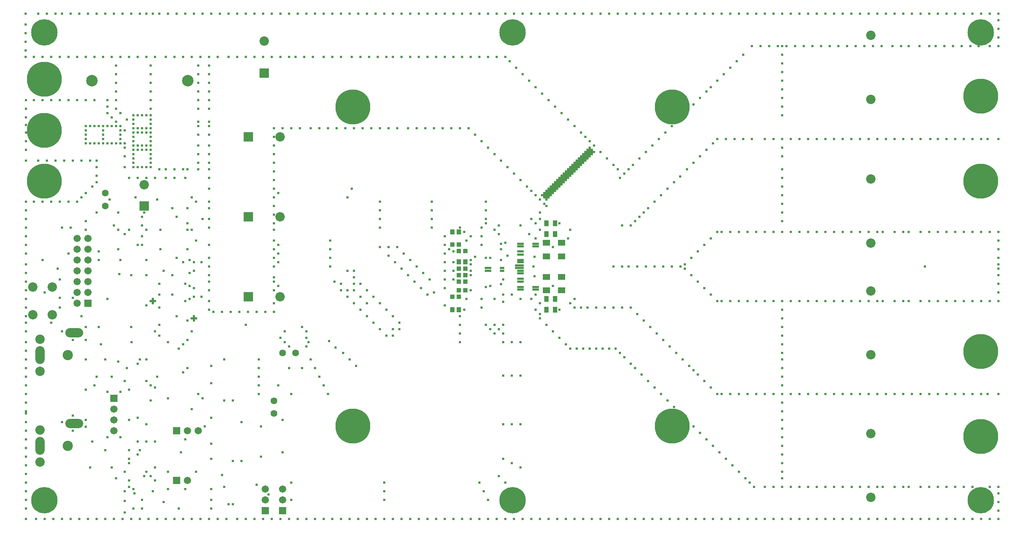
<source format=gbs>
G04 Layer_Color=16711935*
%FSLAX25Y25*%
%MOIN*%
G70*
G01*
G75*
%ADD54R,0.03950X0.03950*%
%ADD56R,0.04343X0.04737*%
%ADD63R,0.04343X0.05524*%
%ADD74R,0.06706X0.06706*%
%ADD75C,0.06706*%
%ADD76R,0.06706X0.06706*%
%ADD77C,0.06312*%
%ADD78C,0.08674*%
%ADD79R,0.08674X0.08674*%
%ADD80C,0.32296*%
%ADD81C,0.24422*%
%ADD82O,0.08674X0.16548*%
%ADD83O,0.16548X0.08674*%
%ADD84C,0.09461*%
%ADD85R,0.08674X0.08674*%
%ADD86C,0.10642*%
%ADD87C,0.02375*%
%ADD88R,0.07099X0.05524*%
D54*
X396850Y208000D02*
D03*
X403150D02*
D03*
X402850Y228000D02*
D03*
X409150D02*
D03*
X402850Y222000D02*
D03*
X409150D02*
D03*
X402850Y234000D02*
D03*
X409150D02*
D03*
Y214000D02*
D03*
X402850D02*
D03*
X409150Y250626D02*
D03*
X402850D02*
D03*
X396850Y256545D02*
D03*
X403150D02*
D03*
D56*
Y196000D02*
D03*
X396850D02*
D03*
X402850Y240313D02*
D03*
X409150D02*
D03*
X403150Y268000D02*
D03*
X396850D02*
D03*
D63*
X484063Y196000D02*
D03*
X491937D02*
D03*
X484063Y206000D02*
D03*
X491937D02*
D03*
Y276000D02*
D03*
X484063D02*
D03*
X491937Y266000D02*
D03*
X484063D02*
D03*
D74*
X224000Y10000D02*
D03*
X60000Y202000D02*
D03*
X240000Y10000D02*
D03*
X84000Y114000D02*
D03*
D75*
X224000Y20000D02*
D03*
Y30000D02*
D03*
X162000Y84000D02*
D03*
X152000D02*
D03*
Y38000D02*
D03*
X50000Y212000D02*
D03*
X60000D02*
D03*
X50000Y202000D02*
D03*
X60000Y222000D02*
D03*
X50000D02*
D03*
X60000Y232000D02*
D03*
X50000D02*
D03*
X60000Y242000D02*
D03*
X50000D02*
D03*
X60000Y252000D02*
D03*
X50000D02*
D03*
X60000Y262000D02*
D03*
X50000D02*
D03*
X240000Y30000D02*
D03*
Y20000D02*
D03*
X84000Y104000D02*
D03*
Y94000D02*
D03*
Y84000D02*
D03*
D76*
X142000D02*
D03*
Y38000D02*
D03*
D77*
X76000Y304064D02*
D03*
Y292253D02*
D03*
X232000Y111906D02*
D03*
Y100094D02*
D03*
X251905Y156000D02*
D03*
X240094D02*
D03*
D78*
X112000Y311842D02*
D03*
X9142Y191510D02*
D03*
X26858D02*
D03*
Y217100D02*
D03*
X9142D02*
D03*
X784000Y81528D02*
D03*
Y22472D02*
D03*
Y154472D02*
D03*
Y213528D02*
D03*
Y317000D02*
D03*
Y257945D02*
D03*
Y390945D02*
D03*
Y450000D02*
D03*
X15748Y84764D02*
D03*
Y55236D02*
D03*
Y139236D02*
D03*
Y168764D02*
D03*
X237764Y356000D02*
D03*
Y282000D02*
D03*
Y208000D02*
D03*
X223000Y444764D02*
D03*
D79*
X112000Y292158D02*
D03*
X223000Y415236D02*
D03*
D80*
X19685Y314961D02*
D03*
X305118Y383858D02*
D03*
X600394D02*
D03*
X305118Y88583D02*
D03*
X600394D02*
D03*
X885827Y78740D02*
D03*
Y157480D02*
D03*
Y314961D02*
D03*
Y393701D02*
D03*
X19685Y362205D02*
D03*
Y409449D02*
D03*
D81*
X885827Y452756D02*
D03*
X19685Y19685D02*
D03*
X885827D02*
D03*
X452756D02*
D03*
X19685Y452756D02*
D03*
X452756D02*
D03*
D82*
X15748Y70000D02*
D03*
Y154000D02*
D03*
D83*
X47244Y90866D02*
D03*
Y174866D02*
D03*
D84*
X41339Y70000D02*
D03*
Y154000D02*
D03*
D85*
X208236Y356000D02*
D03*
Y282000D02*
D03*
Y208000D02*
D03*
D86*
X152488Y408000D02*
D03*
X63512D02*
D03*
D87*
X172000Y296000D02*
D03*
Y290000D02*
D03*
X166000Y280000D02*
D03*
X172000Y272000D02*
D03*
X156000Y270000D02*
D03*
X138000Y290000D02*
D03*
X160000Y260000D02*
D03*
X152000Y270000D02*
D03*
X104000Y300000D02*
D03*
X88000Y286000D02*
D03*
X58000Y278000D02*
D03*
Y270000D02*
D03*
X42000Y248000D02*
D03*
X34000Y198000D02*
D03*
X70000Y180000D02*
D03*
X78000Y206000D02*
D03*
X100000Y228000D02*
D03*
X126000Y182000D02*
D03*
Y172000D02*
D03*
X100000Y180000D02*
D03*
X54000Y190000D02*
D03*
X26000Y184000D02*
D03*
X34000Y207047D02*
D03*
X46000D02*
D03*
X160000Y46000D02*
D03*
X150000Y30000D02*
D03*
X174000Y12000D02*
D03*
X226953Y25047D02*
D03*
X246000Y142000D02*
D03*
X258000D02*
D03*
X236000Y126000D02*
D03*
X258000Y180000D02*
D03*
X404000Y272000D02*
D03*
X390000Y200000D02*
D03*
X376000Y224000D02*
D03*
X368000Y216000D02*
D03*
X362000Y222000D02*
D03*
X370000Y230000D02*
D03*
X364000Y236000D02*
D03*
X356000Y228000D02*
D03*
X248000Y20000D02*
D03*
Y36000D02*
D03*
X378000Y272000D02*
D03*
Y280000D02*
D03*
Y288000D02*
D03*
Y296000D02*
D03*
X330000Y272000D02*
D03*
Y280000D02*
D03*
Y288000D02*
D03*
Y296000D02*
D03*
X300000Y232000D02*
D03*
X306000Y226000D02*
D03*
X288000Y222000D02*
D03*
X294000Y214000D02*
D03*
X330000Y254000D02*
D03*
X284000Y260000D02*
D03*
X232000D02*
D03*
X284000Y252000D02*
D03*
Y244000D02*
D03*
Y236000D02*
D03*
X304000Y308000D02*
D03*
X300000Y300000D02*
D03*
X62000Y350000D02*
D03*
X70000D02*
D03*
X66000D02*
D03*
X80000Y298000D02*
D03*
X124000D02*
D03*
X126850Y252000D02*
D03*
X36000Y272000D02*
D03*
X44000D02*
D03*
X106000Y256000D02*
D03*
X90000Y242000D02*
D03*
X89000Y229000D02*
D03*
X152000Y186000D02*
D03*
X142000Y190000D02*
D03*
X206000Y182000D02*
D03*
X186000Y112000D02*
D03*
X194000D02*
D03*
X156000Y104000D02*
D03*
X168000Y88000D02*
D03*
X240000Y94000D02*
D03*
X216000Y34000D02*
D03*
X70000Y250000D02*
D03*
X132000Y318000D02*
D03*
X154000Y206000D02*
D03*
Y218000D02*
D03*
Y230000D02*
D03*
Y242000D02*
D03*
X68000Y286000D02*
D03*
X98000Y270000D02*
D03*
X172000Y308000D02*
D03*
X88000Y252000D02*
D03*
X94000Y266000D02*
D03*
X110000Y264000D02*
D03*
X172000Y256000D02*
D03*
X152000Y252000D02*
D03*
X110000Y256000D02*
D03*
X236000D02*
D03*
Y248000D02*
D03*
X232000Y252000D02*
D03*
X148000Y240000D02*
D03*
X236000Y304000D02*
D03*
X232000Y270000D02*
D03*
X70000Y242000D02*
D03*
X32000Y234000D02*
D03*
X114000Y242000D02*
D03*
X138000Y210000D02*
D03*
Y228000D02*
D03*
X150000Y220000D02*
D03*
X306000Y232000D02*
D03*
X294000Y220000D02*
D03*
X338000Y254000D02*
D03*
X236000Y240000D02*
D03*
Y218000D02*
D03*
X232000Y214000D02*
D03*
X172000D02*
D03*
X232000Y222000D02*
D03*
X172000D02*
D03*
X232000Y236000D02*
D03*
Y244000D02*
D03*
X165150Y240000D02*
D03*
X322000Y364000D02*
D03*
X314000D02*
D03*
X330000D02*
D03*
X338000D02*
D03*
X274000D02*
D03*
X172000Y196000D02*
D03*
Y204000D02*
D03*
X165150Y208000D02*
D03*
X100221Y166000D02*
D03*
X152000Y168000D02*
D03*
X156000Y176000D02*
D03*
X20000Y212000D02*
D03*
X122000Y176000D02*
D03*
X242000D02*
D03*
X262000D02*
D03*
X148000Y138000D02*
D03*
X166000Y114000D02*
D03*
X144000Y160000D02*
D03*
X162000Y118000D02*
D03*
X148000Y164000D02*
D03*
X242000Y166000D02*
D03*
X262000Y162000D02*
D03*
Y170000D02*
D03*
X238000D02*
D03*
X264000Y166000D02*
D03*
X158000Y186000D02*
D03*
Y190000D02*
D03*
X156000Y188000D02*
D03*
X160000D02*
D03*
X158000D02*
D03*
X120000Y204000D02*
D03*
Y206000D02*
D03*
X122000Y204000D02*
D03*
X120000Y202000D02*
D03*
X118000Y204000D02*
D03*
X110000Y282000D02*
D03*
Y274000D02*
D03*
X114000Y228000D02*
D03*
Y200000D02*
D03*
Y270000D02*
D03*
X112000Y286000D02*
D03*
X142000Y244000D02*
D03*
X88000Y270000D02*
D03*
X84000Y274000D02*
D03*
X152000Y276000D02*
D03*
X18000Y242000D02*
D03*
X34000Y224000D02*
D03*
X2558Y184000D02*
D03*
X202000Y56000D02*
D03*
X194000D02*
D03*
X240000Y64000D02*
D03*
X470000Y280000D02*
D03*
X468000Y266000D02*
D03*
X428000Y296000D02*
D03*
Y288000D02*
D03*
Y280000D02*
D03*
X440000Y274000D02*
D03*
X470000Y206000D02*
D03*
X460000Y166000D02*
D03*
X452000D02*
D03*
X460000Y274000D02*
D03*
X424000Y272000D02*
D03*
X248000Y118000D02*
D03*
X176000Y194000D02*
D03*
X184000D02*
D03*
X192000D02*
D03*
X200000D02*
D03*
X208000D02*
D03*
X216000D02*
D03*
X224000D02*
D03*
X232000D02*
D03*
Y202000D02*
D03*
Y226000D02*
D03*
Y276000D02*
D03*
Y284000D02*
D03*
Y292000D02*
D03*
Y300000D02*
D03*
Y308000D02*
D03*
Y316000D02*
D03*
Y324000D02*
D03*
Y332000D02*
D03*
Y340000D02*
D03*
Y348000D02*
D03*
Y356000D02*
D03*
X256000Y364000D02*
D03*
X248000D02*
D03*
X240000D02*
D03*
X232000D02*
D03*
X266000D02*
D03*
X300000Y214000D02*
D03*
X342000Y178000D02*
D03*
Y172000D02*
D03*
X336000D02*
D03*
X330000Y178000D02*
D03*
X324000Y184000D02*
D03*
X318000Y190000D02*
D03*
X312000Y196000D02*
D03*
X300000Y208000D02*
D03*
X306000Y202000D02*
D03*
X318000Y214000D02*
D03*
X312000Y220000D02*
D03*
X306000D02*
D03*
Y214000D02*
D03*
X346000Y254000D02*
D03*
X338000Y246000D02*
D03*
X246000Y162000D02*
D03*
X344000Y240000D02*
D03*
X352000Y248000D02*
D03*
X194000Y16000D02*
D03*
X220000Y60000D02*
D03*
Y88000D02*
D03*
X202000Y92000D02*
D03*
X150000Y204000D02*
D03*
X126000Y198000D02*
D03*
X190000Y16000D02*
D03*
X282000Y118000D02*
D03*
X218000D02*
D03*
X278000Y126000D02*
D03*
X218000D02*
D03*
X270000Y142000D02*
D03*
X218000Y134000D02*
D03*
Y142000D02*
D03*
X186000Y150000D02*
D03*
X218000D02*
D03*
X174000Y128000D02*
D03*
X134000Y46000D02*
D03*
Y166000D02*
D03*
X444000Y58000D02*
D03*
X422000Y36000D02*
D03*
X430000Y20000D02*
D03*
X334000Y36000D02*
D03*
Y20000D02*
D03*
X294000Y2400D02*
D03*
X286000D02*
D03*
X278000D02*
D03*
X270000D02*
D03*
X262000D02*
D03*
X254000D02*
D03*
X246000D02*
D03*
X238000D02*
D03*
X230000D02*
D03*
X222000D02*
D03*
X174000Y96000D02*
D03*
X184000Y43100D02*
D03*
X134000Y30000D02*
D03*
X174000Y58000D02*
D03*
Y30000D02*
D03*
X186000Y32000D02*
D03*
X106000Y96000D02*
D03*
X174000Y72000D02*
D03*
X172000Y280000D02*
D03*
X126850Y270000D02*
D03*
X86000Y370000D02*
D03*
X78000Y384000D02*
D03*
X96000Y372000D02*
D03*
X90000Y362000D02*
D03*
Y358000D02*
D03*
Y354000D02*
D03*
Y350000D02*
D03*
X86000D02*
D03*
X82000D02*
D03*
X78000D02*
D03*
X94000D02*
D03*
X82000Y374000D02*
D03*
X86000Y366000D02*
D03*
X82000D02*
D03*
X78000D02*
D03*
X66000D02*
D03*
X62000D02*
D03*
X70000D02*
D03*
X74000Y362000D02*
D03*
Y358000D02*
D03*
Y354000D02*
D03*
X58000Y358000D02*
D03*
Y354000D02*
D03*
Y350000D02*
D03*
X74000D02*
D03*
Y366000D02*
D03*
X58000Y362000D02*
D03*
Y366000D02*
D03*
X42000Y296000D02*
D03*
X34000D02*
D03*
X26000D02*
D03*
X18000D02*
D03*
X64000Y310000D02*
D03*
X58000Y304000D02*
D03*
X54000Y300000D02*
D03*
X50000Y296000D02*
D03*
X68000Y320000D02*
D03*
Y314000D02*
D03*
Y328000D02*
D03*
X62000Y334000D02*
D03*
X54000D02*
D03*
X46000D02*
D03*
X38000D02*
D03*
X30000D02*
D03*
X14000D02*
D03*
X68000D02*
D03*
X2558D02*
D03*
X22000D02*
D03*
X10000Y296000D02*
D03*
X94000Y328000D02*
D03*
Y338000D02*
D03*
X78000Y378000D02*
D03*
X94000Y362000D02*
D03*
X90000Y378000D02*
D03*
X58000Y180000D02*
D03*
X98000Y94000D02*
D03*
X78000Y120000D02*
D03*
X90000D02*
D03*
X126000Y220000D02*
D03*
X2558Y352000D02*
D03*
Y360000D02*
D03*
Y367000D02*
D03*
Y374000D02*
D03*
Y382000D02*
D03*
X78000Y390000D02*
D03*
X2558Y256000D02*
D03*
Y248000D02*
D03*
Y238000D02*
D03*
Y230000D02*
D03*
Y222000D02*
D03*
Y214000D02*
D03*
Y206000D02*
D03*
Y198000D02*
D03*
Y190000D02*
D03*
X304000Y430000D02*
D03*
X294000D02*
D03*
X286000D02*
D03*
X312000D02*
D03*
X142000Y282000D02*
D03*
X144000Y12000D02*
D03*
X130000Y18000D02*
D03*
X110000Y12000D02*
D03*
X146000Y64000D02*
D03*
X150000Y76000D02*
D03*
X122000Y74000D02*
D03*
X120000Y28000D02*
D03*
X152000Y142000D02*
D03*
X278000Y430000D02*
D03*
X268000D02*
D03*
X156000Y300000D02*
D03*
X140000Y318000D02*
D03*
X122000D02*
D03*
X114000D02*
D03*
X106000D02*
D03*
X98000D02*
D03*
X94000Y346000D02*
D03*
X90000Y366000D02*
D03*
X162000Y370000D02*
D03*
X172000D02*
D03*
X162000Y340000D02*
D03*
X172000D02*
D03*
Y348000D02*
D03*
X162000D02*
D03*
Y326000D02*
D03*
X152000D02*
D03*
X162000Y332000D02*
D03*
X172000D02*
D03*
X162000Y358000D02*
D03*
X172000D02*
D03*
Y366000D02*
D03*
X162000D02*
D03*
X172000Y382000D02*
D03*
X162000D02*
D03*
Y390000D02*
D03*
X172000D02*
D03*
Y398000D02*
D03*
X162000D02*
D03*
Y406000D02*
D03*
X172000D02*
D03*
Y414000D02*
D03*
X162000D02*
D03*
Y422000D02*
D03*
X172000D02*
D03*
X148000Y326000D02*
D03*
X140000D02*
D03*
X132000D02*
D03*
X86000Y382000D02*
D03*
X172000Y318000D02*
D03*
Y326000D02*
D03*
X126000D02*
D03*
X106101Y344000D02*
D03*
X110101D02*
D03*
X114101D02*
D03*
X118101D02*
D03*
Y340000D02*
D03*
Y336000D02*
D03*
Y332000D02*
D03*
X50000Y390000D02*
D03*
X118101D02*
D03*
Y398000D02*
D03*
Y406000D02*
D03*
X108101Y470000D02*
D03*
X100101D02*
D03*
X66000Y430000D02*
D03*
X58000D02*
D03*
X50000D02*
D03*
X34000D02*
D03*
X42000D02*
D03*
X164000D02*
D03*
X172000D02*
D03*
X180000D02*
D03*
X374000Y210000D02*
D03*
X424000Y206000D02*
D03*
X408000Y268000D02*
D03*
Y196000D02*
D03*
X410000Y206000D02*
D03*
X390101Y216000D02*
D03*
X394000Y252000D02*
D03*
X398000Y224000D02*
D03*
Y232000D02*
D03*
Y240000D02*
D03*
Y250000D02*
D03*
X42000Y390000D02*
D03*
X2558D02*
D03*
X26000Y430000D02*
D03*
X2400D02*
D03*
X74000D02*
D03*
X2558Y176000D02*
D03*
X94000Y19000D02*
D03*
X103000Y26000D02*
D03*
X892000Y354000D02*
D03*
Y118000D02*
D03*
X473000Y245000D02*
D03*
Y227000D02*
D03*
X462000Y232000D02*
D03*
X460000D02*
D03*
X458000D02*
D03*
X462000Y240000D02*
D03*
X460000D02*
D03*
X458000D02*
D03*
X474000Y196000D02*
D03*
X478000Y192000D02*
D03*
X496000Y196000D02*
D03*
Y276000D02*
D03*
X474000D02*
D03*
X478000Y202000D02*
D03*
Y270000D02*
D03*
Y280000D02*
D03*
Y286000D02*
D03*
X484000Y292000D02*
D03*
X112000Y42000D02*
D03*
X188000Y2400D02*
D03*
X198000D02*
D03*
X180000D02*
D03*
X172000D02*
D03*
X164000D02*
D03*
X156000D02*
D03*
X148000D02*
D03*
X206000D02*
D03*
X214000D02*
D03*
X140000D02*
D03*
X132000D02*
D03*
X116000D02*
D03*
X108000D02*
D03*
X124000D02*
D03*
X504000Y262000D02*
D03*
X510000Y206000D02*
D03*
X520000Y356000D02*
D03*
X470000Y306000D02*
D03*
X474000Y302000D02*
D03*
X524000Y352000D02*
D03*
X490000Y310000D02*
D03*
X488000Y308000D02*
D03*
X486000Y306000D02*
D03*
X484000Y304000D02*
D03*
X482000Y302000D02*
D03*
X498000Y318000D02*
D03*
X496000Y316000D02*
D03*
X494000Y314000D02*
D03*
X492000Y312000D02*
D03*
X500000Y320000D02*
D03*
X502000Y322000D02*
D03*
X504000Y324000D02*
D03*
X506000Y326000D02*
D03*
X508000Y328000D02*
D03*
X510000Y330000D02*
D03*
X512000Y332000D02*
D03*
X514000Y334000D02*
D03*
X516000Y336000D02*
D03*
X518000Y338000D02*
D03*
X520000Y340000D02*
D03*
X522000Y342000D02*
D03*
X524000Y344000D02*
D03*
X526000Y342000D02*
D03*
X524000Y340000D02*
D03*
X522000Y338000D02*
D03*
X520000Y336000D02*
D03*
X518000Y334000D02*
D03*
X516000Y332000D02*
D03*
X514000Y330000D02*
D03*
X512000Y328000D02*
D03*
X510000Y326000D02*
D03*
X508000Y324000D02*
D03*
X506000Y322000D02*
D03*
X504000Y320000D02*
D03*
X502000Y318000D02*
D03*
X500000Y316000D02*
D03*
X498000Y314000D02*
D03*
X496000Y312000D02*
D03*
X494000Y310000D02*
D03*
X492000Y308000D02*
D03*
X488000Y304000D02*
D03*
X490000Y306000D02*
D03*
X486000Y302000D02*
D03*
X484000Y300000D02*
D03*
X524000Y346000D02*
D03*
X522000Y344000D02*
D03*
X520000Y342000D02*
D03*
X518000Y340000D02*
D03*
X516000Y338000D02*
D03*
X514000Y336000D02*
D03*
X512000Y334000D02*
D03*
X510000Y332000D02*
D03*
X508000Y330000D02*
D03*
X506000Y328000D02*
D03*
X504000Y326000D02*
D03*
X502000Y324000D02*
D03*
X500000Y322000D02*
D03*
X498000Y320000D02*
D03*
X496000Y318000D02*
D03*
X494000Y316000D02*
D03*
X492000Y314000D02*
D03*
X490000Y312000D02*
D03*
X488000Y310000D02*
D03*
X486000Y308000D02*
D03*
X484000Y306000D02*
D03*
X482000Y304000D02*
D03*
X480000Y302000D02*
D03*
X482000Y300000D02*
D03*
X484000Y302000D02*
D03*
X486000Y304000D02*
D03*
X488000Y306000D02*
D03*
X490000Y308000D02*
D03*
X492000Y310000D02*
D03*
X494000Y312000D02*
D03*
X496000Y314000D02*
D03*
X498000Y316000D02*
D03*
X500000Y318000D02*
D03*
X502000Y320000D02*
D03*
X504000Y322000D02*
D03*
X506000Y324000D02*
D03*
X508000Y326000D02*
D03*
X510000Y328000D02*
D03*
X512000Y330000D02*
D03*
X514000Y332000D02*
D03*
X516000Y334000D02*
D03*
X518000Y336000D02*
D03*
X520000Y338000D02*
D03*
X522000Y340000D02*
D03*
X524000Y342000D02*
D03*
X526000Y344000D02*
D03*
X528000Y342000D02*
D03*
X526000Y340000D02*
D03*
X524000Y338000D02*
D03*
X522000Y336000D02*
D03*
X520000Y334000D02*
D03*
X518000Y332000D02*
D03*
X516000Y330000D02*
D03*
X514000Y328000D02*
D03*
X512000Y326000D02*
D03*
X510000Y324000D02*
D03*
X508000Y322000D02*
D03*
X506000Y320000D02*
D03*
X504000Y318000D02*
D03*
X502000Y316000D02*
D03*
X500000Y314000D02*
D03*
X498000Y312000D02*
D03*
X496000Y310000D02*
D03*
X494000Y308000D02*
D03*
X492000Y306000D02*
D03*
X486000Y300000D02*
D03*
X488000Y302000D02*
D03*
X490000Y304000D02*
D03*
X484000Y298000D02*
D03*
X462000Y242250D02*
D03*
X460000D02*
D03*
X458000D02*
D03*
X462000Y229750D02*
D03*
X460000D02*
D03*
X458000D02*
D03*
X462000Y222000D02*
D03*
X460000D02*
D03*
X458000D02*
D03*
X462000Y250000D02*
D03*
X460000D02*
D03*
X458000D02*
D03*
X446000Y258000D02*
D03*
X444000Y224000D02*
D03*
X430000Y232250D02*
D03*
Y234750D02*
D03*
X444000Y232250D02*
D03*
Y234750D02*
D03*
X442000Y219750D02*
D03*
X566000Y278000D02*
D03*
X482000Y294000D02*
D03*
X556000Y322000D02*
D03*
X550000Y326000D02*
D03*
X552000Y318000D02*
D03*
X472000Y236000D02*
D03*
X458000Y247250D02*
D03*
X460000D02*
D03*
X462000D02*
D03*
X458000Y224750D02*
D03*
X460000D02*
D03*
X462000D02*
D03*
X542000Y160000D02*
D03*
X536000D02*
D03*
X530000D02*
D03*
X524000D02*
D03*
X518000D02*
D03*
X512000D02*
D03*
X556000Y152000D02*
D03*
X552000Y156000D02*
D03*
X548000Y160000D02*
D03*
X506000D02*
D03*
X562000Y274000D02*
D03*
X554000D02*
D03*
X458000Y217250D02*
D03*
Y214750D02*
D03*
X462000D02*
D03*
Y217250D02*
D03*
X476000Y214750D02*
D03*
Y217250D02*
D03*
X472000Y214750D02*
D03*
Y217250D02*
D03*
X458000Y237250D02*
D03*
Y234750D02*
D03*
X462000D02*
D03*
Y237250D02*
D03*
X458000Y257250D02*
D03*
Y254750D02*
D03*
X462000D02*
D03*
Y257250D02*
D03*
X476000Y254750D02*
D03*
Y257250D02*
D03*
X472000Y254750D02*
D03*
Y257250D02*
D03*
X474000D02*
D03*
Y254750D02*
D03*
X460000Y217250D02*
D03*
Y214750D02*
D03*
X474000D02*
D03*
Y217250D02*
D03*
X460000Y257250D02*
D03*
Y254750D02*
D03*
X474000Y210000D02*
D03*
Y262000D02*
D03*
X266000Y150000D02*
D03*
X829000Y440000D02*
D03*
X838000D02*
D03*
X795000Y32000D02*
D03*
Y204000D02*
D03*
Y268000D02*
D03*
X794000Y440000D02*
D03*
X902000Y2400D02*
D03*
X446000Y36000D02*
D03*
X440000Y42000D02*
D03*
X114000Y90000D02*
D03*
X152000Y290000D02*
D03*
X108000Y150000D02*
D03*
X88000Y148000D02*
D03*
X98000Y66000D02*
D03*
X108000D02*
D03*
X106000Y74000D02*
D03*
X114000D02*
D03*
X122000Y38000D02*
D03*
X134000Y114000D02*
D03*
X118000Y112000D02*
D03*
X122000Y124000D02*
D03*
X158000Y208000D02*
D03*
Y216000D02*
D03*
Y232000D02*
D03*
Y240000D02*
D03*
X130000Y232000D02*
D03*
X98000Y430000D02*
D03*
X120000Y470000D02*
D03*
X126000D02*
D03*
X134000D02*
D03*
X142000D02*
D03*
X150000D02*
D03*
X158000D02*
D03*
X166000D02*
D03*
X174000D02*
D03*
X182000D02*
D03*
X190000D02*
D03*
X198000D02*
D03*
X206000D02*
D03*
X214000D02*
D03*
X222000D02*
D03*
X230000D02*
D03*
X238000D02*
D03*
X246000D02*
D03*
X254000D02*
D03*
X262000D02*
D03*
X270000D02*
D03*
X278000D02*
D03*
X286000D02*
D03*
X294000D02*
D03*
X302000D02*
D03*
X310000D02*
D03*
X318000D02*
D03*
X326000D02*
D03*
X334000D02*
D03*
X342000D02*
D03*
X350000D02*
D03*
X358000D02*
D03*
X366000D02*
D03*
X374000D02*
D03*
X382000D02*
D03*
X390000D02*
D03*
X398000D02*
D03*
X406000D02*
D03*
X414000D02*
D03*
X422000D02*
D03*
X430000D02*
D03*
X438000D02*
D03*
X446000D02*
D03*
X454000D02*
D03*
X462000D02*
D03*
X470000D02*
D03*
X478000D02*
D03*
X486000D02*
D03*
X494000D02*
D03*
X502000D02*
D03*
X510000D02*
D03*
X518000D02*
D03*
X526000D02*
D03*
X534000D02*
D03*
X542000D02*
D03*
X550000D02*
D03*
X558000D02*
D03*
X566000D02*
D03*
X574000D02*
D03*
X582000D02*
D03*
X590000D02*
D03*
X598000D02*
D03*
X606000D02*
D03*
X614000D02*
D03*
X622000D02*
D03*
X630000D02*
D03*
X638000D02*
D03*
X646000D02*
D03*
X654000D02*
D03*
X662000D02*
D03*
X670000D02*
D03*
X678000D02*
D03*
X686000D02*
D03*
X694000D02*
D03*
X702000D02*
D03*
X710000D02*
D03*
X718000D02*
D03*
X726000D02*
D03*
X734000D02*
D03*
X742000D02*
D03*
X750000D02*
D03*
X758000D02*
D03*
X766000D02*
D03*
X774000D02*
D03*
X782000D02*
D03*
X790000D02*
D03*
X798000D02*
D03*
X806000D02*
D03*
X814000D02*
D03*
X822000D02*
D03*
X830000D02*
D03*
X838000D02*
D03*
X846000D02*
D03*
X854000D02*
D03*
X862000D02*
D03*
X870000D02*
D03*
X878000D02*
D03*
X886000D02*
D03*
X894000D02*
D03*
X902000D02*
D03*
Y464000D02*
D03*
Y456000D02*
D03*
Y448000D02*
D03*
X883817Y440063D02*
D03*
X902000Y26000D02*
D03*
Y18000D02*
D03*
Y10000D02*
D03*
X894000Y2400D02*
D03*
X886000D02*
D03*
X878000D02*
D03*
X870000D02*
D03*
X862000D02*
D03*
X854000D02*
D03*
X846000D02*
D03*
X838000D02*
D03*
X830000D02*
D03*
X822000D02*
D03*
X814000D02*
D03*
X806000D02*
D03*
X798000D02*
D03*
X790000D02*
D03*
X782000D02*
D03*
X774000D02*
D03*
X766000D02*
D03*
X758000D02*
D03*
X750000D02*
D03*
X742000D02*
D03*
X734000D02*
D03*
X726000D02*
D03*
X718000D02*
D03*
X710000D02*
D03*
X702000D02*
D03*
X694000D02*
D03*
X686000D02*
D03*
X678000D02*
D03*
X670000D02*
D03*
X662000D02*
D03*
X654000D02*
D03*
X646000D02*
D03*
X638000D02*
D03*
X630000D02*
D03*
X622000D02*
D03*
X614000D02*
D03*
X606000D02*
D03*
X598000D02*
D03*
X590000D02*
D03*
X582000D02*
D03*
X574000D02*
D03*
X566000D02*
D03*
X558000D02*
D03*
X550000D02*
D03*
X542000D02*
D03*
X534000D02*
D03*
X526000D02*
D03*
X518000D02*
D03*
X510000D02*
D03*
X502000D02*
D03*
X494000D02*
D03*
X486000D02*
D03*
X478000D02*
D03*
X470000D02*
D03*
X462000D02*
D03*
X454000D02*
D03*
X446000D02*
D03*
X438000D02*
D03*
X430000D02*
D03*
X422000D02*
D03*
X414000D02*
D03*
X406000D02*
D03*
X398000D02*
D03*
X390000D02*
D03*
X382000D02*
D03*
X374000D02*
D03*
X366000D02*
D03*
X358000D02*
D03*
X350000D02*
D03*
X342000D02*
D03*
X334000D02*
D03*
X326000D02*
D03*
X318000D02*
D03*
X310000D02*
D03*
X302000D02*
D03*
X86000Y40000D02*
D03*
X94000Y28000D02*
D03*
Y8400D02*
D03*
X98000Y32000D02*
D03*
X100000Y2400D02*
D03*
X92000D02*
D03*
X84000D02*
D03*
X76000D02*
D03*
X68000D02*
D03*
X60000D02*
D03*
X52000D02*
D03*
X44000D02*
D03*
X36000D02*
D03*
X20000D02*
D03*
X28000D02*
D03*
X12000D02*
D03*
X2558D02*
D03*
Y12000D02*
D03*
Y20000D02*
D03*
Y28000D02*
D03*
Y36000D02*
D03*
Y44000D02*
D03*
Y52000D02*
D03*
Y60000D02*
D03*
Y68000D02*
D03*
Y76000D02*
D03*
Y84000D02*
D03*
Y92000D02*
D03*
Y100000D02*
D03*
Y102000D02*
D03*
Y110000D02*
D03*
Y118000D02*
D03*
Y126000D02*
D03*
Y134000D02*
D03*
Y142000D02*
D03*
Y150000D02*
D03*
Y158000D02*
D03*
Y166000D02*
D03*
Y264000D02*
D03*
Y272000D02*
D03*
Y280000D02*
D03*
Y288000D02*
D03*
Y296000D02*
D03*
Y344000D02*
D03*
X10000Y390000D02*
D03*
X18000D02*
D03*
X26000D02*
D03*
X34000D02*
D03*
X114000Y470000D02*
D03*
X90000Y430000D02*
D03*
X82000D02*
D03*
X2400Y460000D02*
D03*
Y452000D02*
D03*
Y444000D02*
D03*
Y436000D02*
D03*
Y470000D02*
D03*
X14000D02*
D03*
X22000D02*
D03*
X30000D02*
D03*
X36000D02*
D03*
X44000D02*
D03*
X52000D02*
D03*
X60000D02*
D03*
X68000D02*
D03*
X76000D02*
D03*
X84000D02*
D03*
X92000D02*
D03*
X18000Y430000D02*
D03*
X10000D02*
D03*
X156000D02*
D03*
X148000D02*
D03*
X140000D02*
D03*
X132000D02*
D03*
X106000D02*
D03*
X114000D02*
D03*
X122000D02*
D03*
X86000Y422000D02*
D03*
Y414000D02*
D03*
Y406000D02*
D03*
Y398000D02*
D03*
X118000Y422000D02*
D03*
Y414000D02*
D03*
X66000Y390000D02*
D03*
X86000D02*
D03*
X58000D02*
D03*
X118000Y382000D02*
D03*
X114000Y150000D02*
D03*
Y130000D02*
D03*
X94000D02*
D03*
X76000Y150000D02*
D03*
X64000Y74000D02*
D03*
X76000Y66000D02*
D03*
X98000Y54000D02*
D03*
Y38000D02*
D03*
X174000Y20000D02*
D03*
Y144000D02*
D03*
X58000Y122000D02*
D03*
X66000Y126000D02*
D03*
X150000Y318000D02*
D03*
X172000Y244000D02*
D03*
Y236000D02*
D03*
Y228000D02*
D03*
X308000Y144000D02*
D03*
X302000Y150000D02*
D03*
X296000Y156000D02*
D03*
X289000Y161000D02*
D03*
X283000Y167000D02*
D03*
X274000Y134000D02*
D03*
X448000Y246000D02*
D03*
X442000Y252000D02*
D03*
Y242000D02*
D03*
X506000Y202000D02*
D03*
X94000Y46000D02*
D03*
X110000Y20000D02*
D03*
X102000Y12000D02*
D03*
X334000Y28000D02*
D03*
X190000Y430000D02*
D03*
X198000D02*
D03*
X206000D02*
D03*
X214000D02*
D03*
X222000D02*
D03*
X230000D02*
D03*
X238000D02*
D03*
X246000D02*
D03*
X282000Y364000D02*
D03*
X290000D02*
D03*
X318000Y202000D02*
D03*
X330000D02*
D03*
X336000Y196000D02*
D03*
X404000Y190000D02*
D03*
Y182000D02*
D03*
Y174000D02*
D03*
Y166000D02*
D03*
X436000Y174000D02*
D03*
X444000Y166000D02*
D03*
X436000Y206000D02*
D03*
X428000Y182000D02*
D03*
X444000D02*
D03*
Y203577D02*
D03*
Y210000D02*
D03*
X452000D02*
D03*
X562000Y146000D02*
D03*
X502000Y164000D02*
D03*
X496000Y170000D02*
D03*
X490000Y176000D02*
D03*
X484000Y182000D02*
D03*
X478000Y188000D02*
D03*
X566000Y142000D02*
D03*
X572000Y136000D02*
D03*
X578000Y130000D02*
D03*
X584000Y124000D02*
D03*
X590000Y118000D02*
D03*
X602000Y106000D02*
D03*
X620000Y88000D02*
D03*
X626000Y82000D02*
D03*
X632000Y76000D02*
D03*
X638000Y70000D02*
D03*
X644000Y64000D02*
D03*
X672000Y36000D02*
D03*
X650000Y58000D02*
D03*
X656000Y52000D02*
D03*
X662000Y46000D02*
D03*
X668000Y40000D02*
D03*
X686000Y32000D02*
D03*
X694000D02*
D03*
X546000Y236000D02*
D03*
X560000D02*
D03*
X568000D02*
D03*
X576000D02*
D03*
X584000D02*
D03*
X592000D02*
D03*
X600000D02*
D03*
X516000Y198000D02*
D03*
X522000D02*
D03*
X530000D02*
D03*
X538000D02*
D03*
X546000D02*
D03*
X562000D02*
D03*
X554000D02*
D03*
X510000D02*
D03*
X568000Y192000D02*
D03*
X574000Y186000D02*
D03*
X580000Y180000D02*
D03*
X586000Y174000D02*
D03*
X592000Y168000D02*
D03*
X598000Y162000D02*
D03*
X604000Y156000D02*
D03*
X610000Y150000D02*
D03*
X616000Y144000D02*
D03*
X620000Y140000D02*
D03*
X624000Y136000D02*
D03*
X630000Y130000D02*
D03*
X636000Y124000D02*
D03*
X642000Y118000D02*
D03*
X654000D02*
D03*
X662000D02*
D03*
X670000D02*
D03*
X678000D02*
D03*
X686000D02*
D03*
X694000D02*
D03*
X298000Y364000D02*
D03*
X346000D02*
D03*
X356000D02*
D03*
X364000D02*
D03*
X372000D02*
D03*
X380000D02*
D03*
X388000D02*
D03*
X396000D02*
D03*
X404000D02*
D03*
X412000D02*
D03*
X418000Y358000D02*
D03*
X424000Y352000D02*
D03*
X430000Y346000D02*
D03*
X436000Y340000D02*
D03*
X442000Y334000D02*
D03*
X448000Y328000D02*
D03*
X454000Y322000D02*
D03*
X460000Y316000D02*
D03*
X466000Y310000D02*
D03*
X478000Y298000D02*
D03*
X574000Y286000D02*
D03*
X570000Y282000D02*
D03*
X342000Y430000D02*
D03*
X350000D02*
D03*
X358000D02*
D03*
X366000D02*
D03*
X374000D02*
D03*
X382000D02*
D03*
X390000D02*
D03*
X398000D02*
D03*
X406000D02*
D03*
X414000D02*
D03*
X422000D02*
D03*
X430000D02*
D03*
X438000D02*
D03*
X446000D02*
D03*
X450000Y426000D02*
D03*
X456000Y420000D02*
D03*
X462000Y414000D02*
D03*
X468000Y408000D02*
D03*
X474000Y402000D02*
D03*
X480000Y396000D02*
D03*
X486000Y390000D02*
D03*
X492000Y384000D02*
D03*
X498000Y378000D02*
D03*
X504000Y372000D02*
D03*
X510000Y366000D02*
D03*
X516000Y360000D02*
D03*
X528000Y348000D02*
D03*
X534000Y342000D02*
D03*
X540000Y336000D02*
D03*
X546000Y330000D02*
D03*
X560000Y326000D02*
D03*
X564000Y330000D02*
D03*
X570000Y336000D02*
D03*
X576000Y342000D02*
D03*
X582000Y348000D02*
D03*
X588000Y354000D02*
D03*
X594000Y360000D02*
D03*
X600000Y366000D02*
D03*
X620000Y386000D02*
D03*
X626000Y392000D02*
D03*
X632000Y398000D02*
D03*
X636000Y402000D02*
D03*
X642000Y408000D02*
D03*
X648000Y414000D02*
D03*
X654000Y420000D02*
D03*
X660000Y426000D02*
D03*
X666000Y432000D02*
D03*
X894000Y32000D02*
D03*
X902000D02*
D03*
X878000D02*
D03*
X870000D02*
D03*
X862000D02*
D03*
X854000D02*
D03*
X846000D02*
D03*
X838000D02*
D03*
X830000D02*
D03*
X814000D02*
D03*
X806000D02*
D03*
X790000D02*
D03*
X782000D02*
D03*
X774000D02*
D03*
X766472D02*
D03*
X758000D02*
D03*
X750000D02*
D03*
X742000D02*
D03*
X734000D02*
D03*
X726000D02*
D03*
X718000D02*
D03*
X710000D02*
D03*
X702000D02*
D03*
Y40000D02*
D03*
Y46000D02*
D03*
Y54000D02*
D03*
Y62000D02*
D03*
Y70000D02*
D03*
Y78000D02*
D03*
Y86000D02*
D03*
Y94000D02*
D03*
Y102000D02*
D03*
Y110000D02*
D03*
X886000Y118000D02*
D03*
X878000D02*
D03*
X870000D02*
D03*
X862000D02*
D03*
X854000D02*
D03*
X846000D02*
D03*
X838000D02*
D03*
X830000D02*
D03*
X822000D02*
D03*
X814000D02*
D03*
X806000D02*
D03*
X798000D02*
D03*
X790000D02*
D03*
X782000D02*
D03*
X774000D02*
D03*
X766000D02*
D03*
X758000D02*
D03*
X750000D02*
D03*
X742000D02*
D03*
X734000D02*
D03*
X726000D02*
D03*
X718000D02*
D03*
X710000D02*
D03*
X702000Y126000D02*
D03*
Y134000D02*
D03*
Y142000D02*
D03*
Y150000D02*
D03*
Y156000D02*
D03*
Y164000D02*
D03*
Y172000D02*
D03*
Y180000D02*
D03*
Y188000D02*
D03*
Y196000D02*
D03*
X618000Y228000D02*
D03*
X624000Y222000D02*
D03*
X630000Y216000D02*
D03*
X636000Y210000D02*
D03*
X642000Y204000D02*
D03*
X646000D02*
D03*
X654000D02*
D03*
X662000D02*
D03*
X670000D02*
D03*
X678000D02*
D03*
X686000D02*
D03*
X694000D02*
D03*
X702000D02*
D03*
X710000D02*
D03*
X718000D02*
D03*
X726000D02*
D03*
X734000D02*
D03*
X742000D02*
D03*
X750000D02*
D03*
X758000D02*
D03*
X766000D02*
D03*
X774000D02*
D03*
X782000D02*
D03*
X790000D02*
D03*
X806000D02*
D03*
X814000D02*
D03*
X830000D02*
D03*
X838000D02*
D03*
X846000D02*
D03*
X854000D02*
D03*
X862000D02*
D03*
X870000D02*
D03*
X878000D02*
D03*
X886000D02*
D03*
X894000D02*
D03*
X902000D02*
D03*
X612000Y234000D02*
D03*
Y238000D02*
D03*
X618000Y244000D02*
D03*
X624000Y250000D02*
D03*
X630000Y256000D02*
D03*
X636000Y262000D02*
D03*
X642000Y268000D02*
D03*
X646000D02*
D03*
X654000D02*
D03*
X662000D02*
D03*
X670000D02*
D03*
X678000D02*
D03*
X686000D02*
D03*
X694000D02*
D03*
X902000D02*
D03*
X894000D02*
D03*
X886000D02*
D03*
X878000D02*
D03*
X870000D02*
D03*
X862000D02*
D03*
X854000D02*
D03*
X766000D02*
D03*
X758000D02*
D03*
X750000D02*
D03*
X742000D02*
D03*
X734000D02*
D03*
X726000D02*
D03*
X718000D02*
D03*
X710000D02*
D03*
X702000D02*
D03*
X674000Y440000D02*
D03*
X682000D02*
D03*
X690000D02*
D03*
X698000D02*
D03*
X702000D02*
D03*
X706000D02*
D03*
X714000D02*
D03*
X722000D02*
D03*
X730000D02*
D03*
X738000D02*
D03*
X746000D02*
D03*
X754000D02*
D03*
X762000D02*
D03*
X770000D02*
D03*
X846000Y268000D02*
D03*
X838000D02*
D03*
X830000D02*
D03*
X814000D02*
D03*
X806000D02*
D03*
X790000D02*
D03*
X782000D02*
D03*
X774000D02*
D03*
X702000Y278000D02*
D03*
Y286000D02*
D03*
Y294000D02*
D03*
Y302000D02*
D03*
Y310000D02*
D03*
Y318000D02*
D03*
Y326000D02*
D03*
Y338000D02*
D03*
Y346000D02*
D03*
Y376000D02*
D03*
Y384000D02*
D03*
Y392000D02*
D03*
Y400000D02*
D03*
Y408000D02*
D03*
Y416000D02*
D03*
Y424000D02*
D03*
Y432000D02*
D03*
X778000Y440000D02*
D03*
X786000D02*
D03*
X804000D02*
D03*
X812000D02*
D03*
X844000D02*
D03*
X852000D02*
D03*
X860000D02*
D03*
X868000D02*
D03*
X876000D02*
D03*
X894000D02*
D03*
X902000D02*
D03*
X846000Y354000D02*
D03*
X854000D02*
D03*
X862000D02*
D03*
X870000D02*
D03*
X878000D02*
D03*
X886000D02*
D03*
X830000D02*
D03*
X822000D02*
D03*
X814000D02*
D03*
X806000D02*
D03*
X798000D02*
D03*
X790000D02*
D03*
X782000D02*
D03*
X774000D02*
D03*
X766000D02*
D03*
X758000D02*
D03*
X750000D02*
D03*
X742000D02*
D03*
X734000D02*
D03*
X632000Y344000D02*
D03*
X620000Y332000D02*
D03*
X607500Y319500D02*
D03*
X596000Y308000D02*
D03*
X584000Y296000D02*
D03*
X726000Y354000D02*
D03*
X718000D02*
D03*
X710000D02*
D03*
X702000D02*
D03*
X694000D02*
D03*
X686000D02*
D03*
X674000D02*
D03*
X666000D02*
D03*
X658000D02*
D03*
X650000D02*
D03*
X642000D02*
D03*
X638000Y350000D02*
D03*
X626000Y338000D02*
D03*
X614000Y326000D02*
D03*
X602000Y314000D02*
D03*
X590000Y302000D02*
D03*
X578000Y290000D02*
D03*
X444000Y174000D02*
D03*
X460000Y206000D02*
D03*
X312000Y208000D02*
D03*
X348000Y178000D02*
D03*
X902000Y118000D02*
D03*
Y354000D02*
D03*
X320000Y430000D02*
D03*
X328000D02*
D03*
X336000D02*
D03*
X306000Y364000D02*
D03*
X460000Y50000D02*
D03*
X452000Y54000D02*
D03*
X426000Y28000D02*
D03*
X440000Y178000D02*
D03*
Y266000D02*
D03*
X350000Y234000D02*
D03*
X358000Y242000D02*
D03*
X324000Y208000D02*
D03*
X428000Y276000D02*
D03*
X436000Y270000D02*
D03*
X432000Y244000D02*
D03*
Y218000D02*
D03*
X436000Y182000D02*
D03*
X432000Y178000D02*
D03*
X380000Y212000D02*
D03*
X424000Y198000D02*
D03*
X114000Y46000D02*
D03*
X96000Y142000D02*
D03*
X106000Y146000D02*
D03*
X98000Y122000D02*
D03*
X106000Y62000D02*
D03*
X102000Y30000D02*
D03*
X118000Y126000D02*
D03*
Y42000D02*
D03*
X390000Y224000D02*
D03*
Y240000D02*
D03*
Y248000D02*
D03*
X126000Y210000D02*
D03*
X160000Y296000D02*
D03*
X390000Y232000D02*
D03*
X442000Y257250D02*
D03*
X390000Y264000D02*
D03*
Y256000D02*
D03*
X490000Y218000D02*
D03*
Y254000D02*
D03*
X506000Y270000D02*
D03*
X102000Y340000D02*
D03*
X118000Y328000D02*
D03*
X102000Y332000D02*
D03*
X460000Y237250D02*
D03*
Y234750D02*
D03*
X456000D02*
D03*
Y237250D02*
D03*
X432000Y234750D02*
D03*
X428000D02*
D03*
Y232250D02*
D03*
X432000D02*
D03*
X442000Y234750D02*
D03*
Y232250D02*
D03*
X646000Y118000D02*
D03*
X554000Y236000D02*
D03*
X702000Y118000D02*
D03*
X608000Y236000D02*
D03*
X834000D02*
D03*
X68000Y134000D02*
D03*
X82000D02*
D03*
X124000D02*
D03*
X98000Y58000D02*
D03*
X82000Y50000D02*
D03*
X106000Y360000D02*
D03*
X110000D02*
D03*
X114000D02*
D03*
X106000Y376000D02*
D03*
X110000D02*
D03*
X114000D02*
D03*
X106000Y348000D02*
D03*
X110000D02*
D03*
X114000D02*
D03*
X102000D02*
D03*
Y360000D02*
D03*
Y356000D02*
D03*
Y352000D02*
D03*
Y376000D02*
D03*
Y372000D02*
D03*
Y368000D02*
D03*
X114000Y364000D02*
D03*
X102000D02*
D03*
X106000D02*
D03*
X110000D02*
D03*
Y328000D02*
D03*
X102000Y336000D02*
D03*
Y328000D02*
D03*
Y344000D02*
D03*
X114000Y328000D02*
D03*
X106000D02*
D03*
X118000Y348000D02*
D03*
Y352000D02*
D03*
Y356000D02*
D03*
Y360000D02*
D03*
Y364000D02*
D03*
Y368000D02*
D03*
Y372000D02*
D03*
Y376000D02*
D03*
X596000Y112000D02*
D03*
X676000Y32000D02*
D03*
X444000Y135000D02*
D03*
X452000D02*
D03*
X460000D02*
D03*
X444000Y90000D02*
D03*
X452000D02*
D03*
X460000D02*
D03*
X819000Y268000D02*
D03*
Y440000D02*
D03*
Y204000D02*
D03*
Y32000D02*
D03*
X839000Y354000D02*
D03*
X902000Y212000D02*
D03*
Y260000D02*
D03*
Y252000D02*
D03*
Y220000D02*
D03*
Y244000D02*
D03*
Y228000D02*
D03*
Y238000D02*
D03*
Y234000D02*
D03*
X342000Y190000D02*
D03*
X348000Y184000D02*
D03*
X58000Y94000D02*
D03*
X57890Y87890D02*
D03*
X36000Y92000D02*
D03*
X46000Y98000D02*
D03*
Y84000D02*
D03*
X62000Y50000D02*
D03*
X58000Y150000D02*
D03*
X72000Y164000D02*
D03*
X58000Y168000D02*
D03*
X36000Y176000D02*
D03*
X46000Y168000D02*
D03*
X78000Y78000D02*
D03*
X90000D02*
D03*
X122000Y50000D02*
D03*
X252000Y430000D02*
D03*
X260000D02*
D03*
X428000Y217000D02*
D03*
Y244000D02*
D03*
X414000Y214000D02*
D03*
Y232000D02*
D03*
Y238000D02*
D03*
Y228000D02*
D03*
Y242000D02*
D03*
Y264000D02*
D03*
X410000Y260000D02*
D03*
X424000Y264000D02*
D03*
X418000Y245000D02*
D03*
X424000Y256000D02*
D03*
D88*
X484000Y258000D02*
D03*
Y245402D02*
D03*
Y214000D02*
D03*
Y226598D02*
D03*
X498000Y258000D02*
D03*
Y245402D02*
D03*
Y214000D02*
D03*
Y226598D02*
D03*
M02*

</source>
